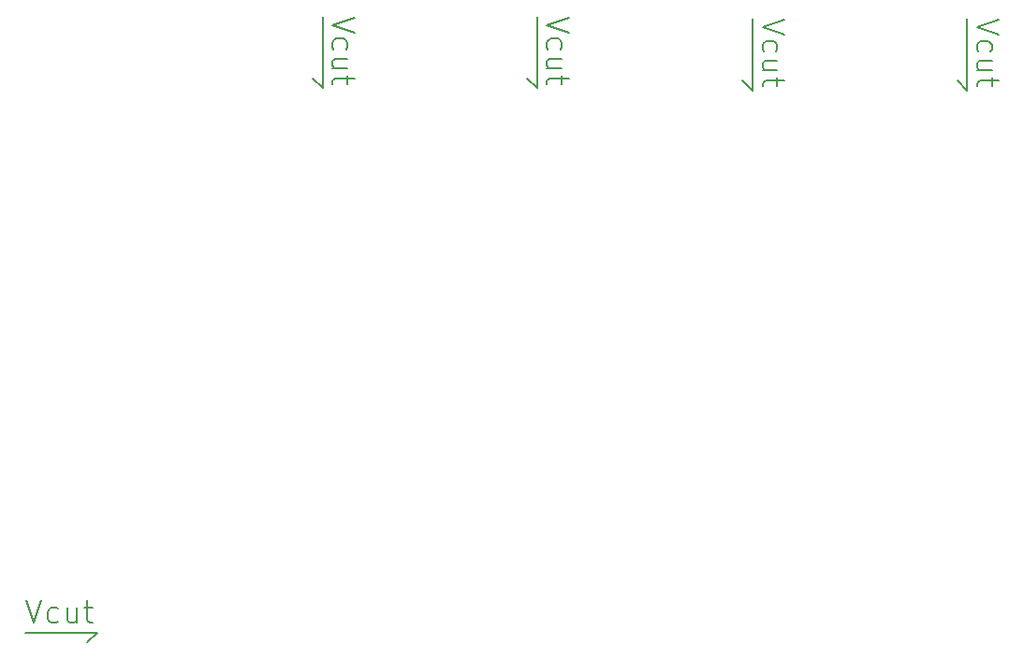
<source format=gbr>
%TF.GenerationSoftware,KiCad,Pcbnew,(5.1.9)-1*%
%TF.CreationDate,2022-04-08T02:00:15+08:00*%
%TF.ProjectId,LED_panelize,4c45445f-7061-46e6-956c-697a652e6b69,rev?*%
%TF.SameCoordinates,Original*%
%TF.FileFunction,Other,ECO2*%
%FSLAX46Y46*%
G04 Gerber Fmt 4.6, Leading zero omitted, Abs format (unit mm)*
G04 Created by KiCad (PCBNEW (5.1.9)-1) date 2022-04-08 02:00:15*
%MOMM*%
%LPD*%
G01*
G04 APERTURE LIST*
%ADD10C,0.150000*%
G04 APERTURE END LIST*
D10*
X146800000Y-42800000D02*
X146800000Y-36300000D01*
X166200000Y-42800000D02*
X165300000Y-41900000D01*
X146800000Y-42800000D02*
X145900000Y-41900000D01*
X166200000Y-42800000D02*
X166200000Y-36300000D01*
X149695238Y-36400000D02*
X147695238Y-37066666D01*
X149695238Y-37733333D01*
X147790476Y-39257142D02*
X147695238Y-39066666D01*
X147695238Y-38685714D01*
X147790476Y-38495238D01*
X147885714Y-38400000D01*
X148076190Y-38304761D01*
X148647619Y-38304761D01*
X148838095Y-38400000D01*
X148933333Y-38495238D01*
X149028571Y-38685714D01*
X149028571Y-39066666D01*
X148933333Y-39257142D01*
X149028571Y-40971428D02*
X147695238Y-40971428D01*
X149028571Y-40114285D02*
X147980952Y-40114285D01*
X147790476Y-40209523D01*
X147695238Y-40400000D01*
X147695238Y-40685714D01*
X147790476Y-40876190D01*
X147885714Y-40971428D01*
X149028571Y-41638095D02*
X149028571Y-42400000D01*
X149695238Y-41923809D02*
X147980952Y-41923809D01*
X147790476Y-42019047D01*
X147695238Y-42209523D01*
X147695238Y-42400000D01*
X169095238Y-36400000D02*
X167095238Y-37066666D01*
X169095238Y-37733333D01*
X167190476Y-39257142D02*
X167095238Y-39066666D01*
X167095238Y-38685714D01*
X167190476Y-38495238D01*
X167285714Y-38400000D01*
X167476190Y-38304761D01*
X168047619Y-38304761D01*
X168238095Y-38400000D01*
X168333333Y-38495238D01*
X168428571Y-38685714D01*
X168428571Y-39066666D01*
X168333333Y-39257142D01*
X168428571Y-40971428D02*
X167095238Y-40971428D01*
X168428571Y-40114285D02*
X167380952Y-40114285D01*
X167190476Y-40209523D01*
X167095238Y-40400000D01*
X167095238Y-40685714D01*
X167190476Y-40876190D01*
X167285714Y-40971428D01*
X168428571Y-41638095D02*
X168428571Y-42400000D01*
X169095238Y-41923809D02*
X167380952Y-41923809D01*
X167190476Y-42019047D01*
X167095238Y-42209523D01*
X167095238Y-42400000D01*
X127300000Y-42600000D02*
X127300000Y-36100000D01*
X127300000Y-42600000D02*
X126400000Y-41700000D01*
X130195238Y-36200000D02*
X128195238Y-36866666D01*
X130195238Y-37533333D01*
X128290476Y-39057142D02*
X128195238Y-38866666D01*
X128195238Y-38485714D01*
X128290476Y-38295238D01*
X128385714Y-38200000D01*
X128576190Y-38104761D01*
X129147619Y-38104761D01*
X129338095Y-38200000D01*
X129433333Y-38295238D01*
X129528571Y-38485714D01*
X129528571Y-38866666D01*
X129433333Y-39057142D01*
X129528571Y-40771428D02*
X128195238Y-40771428D01*
X129528571Y-39914285D02*
X128480952Y-39914285D01*
X128290476Y-40009523D01*
X128195238Y-40200000D01*
X128195238Y-40485714D01*
X128290476Y-40676190D01*
X128385714Y-40771428D01*
X129528571Y-41438095D02*
X129528571Y-42200000D01*
X130195238Y-41723809D02*
X128480952Y-41723809D01*
X128290476Y-41819047D01*
X128195238Y-42009523D01*
X128195238Y-42200000D01*
X107900000Y-42600000D02*
X107900000Y-36100000D01*
X107900000Y-42600000D02*
X107000000Y-41700000D01*
X110795238Y-36200000D02*
X108795238Y-36866666D01*
X110795238Y-37533333D01*
X108890476Y-39057142D02*
X108795238Y-38866666D01*
X108795238Y-38485714D01*
X108890476Y-38295238D01*
X108985714Y-38200000D01*
X109176190Y-38104761D01*
X109747619Y-38104761D01*
X109938095Y-38200000D01*
X110033333Y-38295238D01*
X110128571Y-38485714D01*
X110128571Y-38866666D01*
X110033333Y-39057142D01*
X110128571Y-40771428D02*
X108795238Y-40771428D01*
X110128571Y-39914285D02*
X109080952Y-39914285D01*
X108890476Y-40009523D01*
X108795238Y-40200000D01*
X108795238Y-40485714D01*
X108890476Y-40676190D01*
X108985714Y-40771428D01*
X110128571Y-41438095D02*
X110128571Y-42200000D01*
X110795238Y-41723809D02*
X109080952Y-41723809D01*
X108890476Y-41819047D01*
X108795238Y-42009523D01*
X108795238Y-42200000D01*
X81100000Y-89004761D02*
X81766666Y-91004761D01*
X82433333Y-89004761D01*
X83957142Y-90909523D02*
X83766666Y-91004761D01*
X83385714Y-91004761D01*
X83195238Y-90909523D01*
X83100000Y-90814285D01*
X83004761Y-90623809D01*
X83004761Y-90052380D01*
X83100000Y-89861904D01*
X83195238Y-89766666D01*
X83385714Y-89671428D01*
X83766666Y-89671428D01*
X83957142Y-89766666D01*
X85671428Y-89671428D02*
X85671428Y-91004761D01*
X84814285Y-89671428D02*
X84814285Y-90719047D01*
X84909523Y-90909523D01*
X85100000Y-91004761D01*
X85385714Y-91004761D01*
X85576190Y-90909523D01*
X85671428Y-90814285D01*
X86338095Y-89671428D02*
X87100000Y-89671428D01*
X86623809Y-89004761D02*
X86623809Y-90719047D01*
X86719047Y-90909523D01*
X86909523Y-91004761D01*
X87100000Y-91004761D01*
X87500000Y-91900000D02*
X86600000Y-92800000D01*
X87500000Y-91900000D02*
X81000000Y-91900000D01*
M02*

</source>
